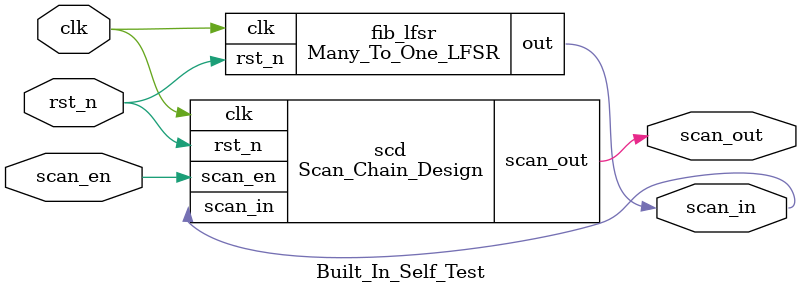
<source format=v>
`timescale 1ns/1ps

module multiplier #( parameter N = 4 ) (
    input [N-1:0] a, b,
    output [2*N-1:0] p
);
    assign p = a * b;
endmodule

module SDFF (
    input clk, rst_n, d, scan_in, scan_en,
    output reg q
);
    always @(posedge clk)
        if (rst_n)
            q <= scan_en ? scan_in : d;
        else
            q <= 1'b0;
endmodule

module Scan_Chain_Design (
    input clk, rst_n, scan_in, scan_en,
    output scan_out
);

wire [7:0] p;
wire [6:0] w;

SDFF sdff[7:0]({8{clk}}, {8{rst_n}}, p, {scan_in, w[6:0]}, {8{scan_en}}, {w[6:0], scan_out});
multiplier m(w[6:3], {w[2:0], scan_out}, p);

endmodule

module Many_To_One_LFSR #(parameter N = 8) (
    input clk, rst_n,
    output out
);

reg [N-1:0] dff;

always @(posedge clk) begin
    if (rst_n)
        dff <= {dff[6:0], dff[1] ^ dff[2] ^ dff[3] ^ dff[7]};
    else
        dff <= 8'b10111101;
end

assign out = dff[7];

endmodule

module Built_In_Self_Test(clk, rst_n, scan_en, scan_in, scan_out);
input clk;
input rst_n;
input scan_en;
output scan_in;
output scan_out;

Many_To_One_LFSR fib_lfsr(clk, rst_n, scan_in);
Scan_Chain_Design scd(clk, rst_n, scan_in, scan_en, scan_out);

endmodule

</source>
